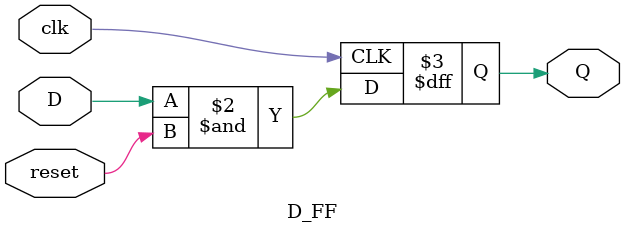
<source format=v>
module D_FF
	(
	input D,
	input clk,
	input reset,
	output reg Q
	);


always @(posedge clk)
begin
	Q <= D&reset;
end

endmodule

</source>
